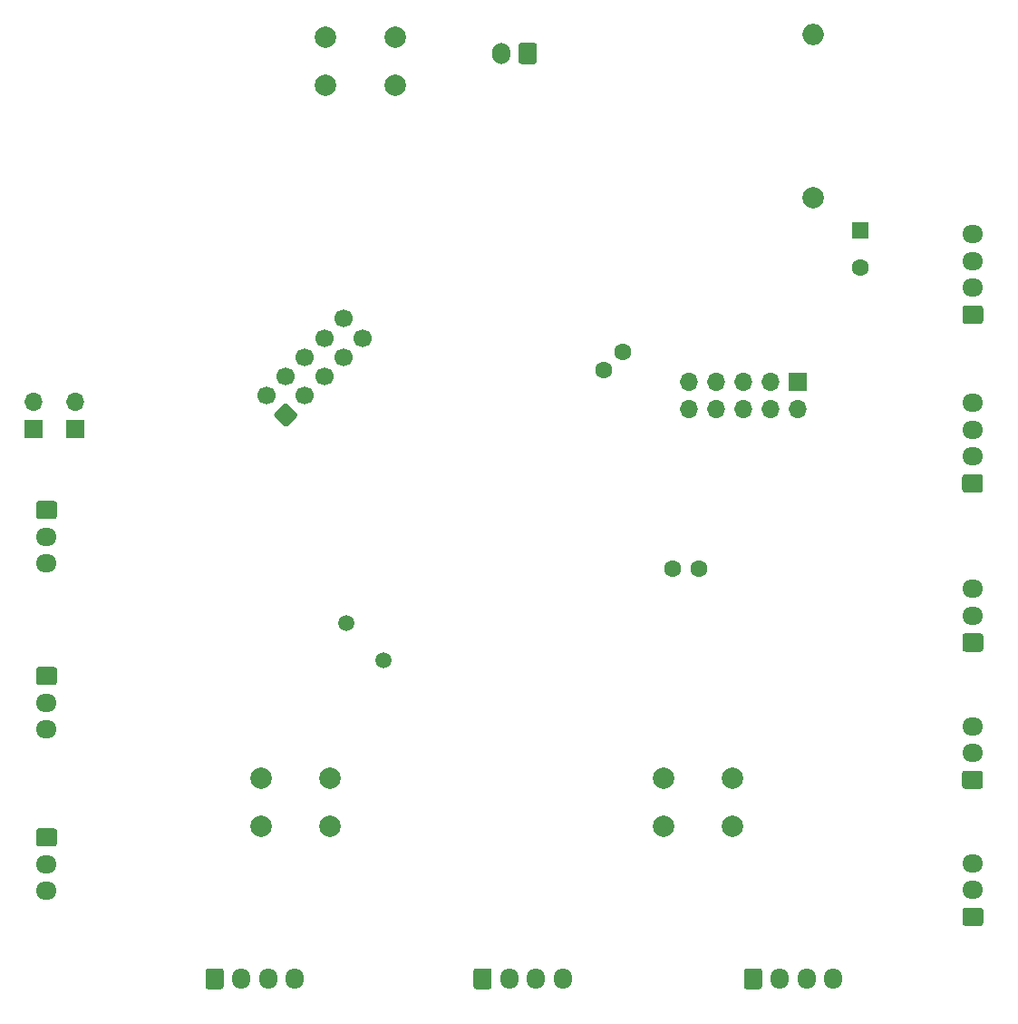
<source format=gbr>
%TF.GenerationSoftware,KiCad,Pcbnew,(5.1.10)-1*%
%TF.CreationDate,2021-10-14T00:36:54-03:00*%
%TF.ProjectId,3ARA_PCB,33415241-5f50-4434-922e-6b696361645f,rev?*%
%TF.SameCoordinates,Original*%
%TF.FileFunction,Soldermask,Bot*%
%TF.FilePolarity,Negative*%
%FSLAX46Y46*%
G04 Gerber Fmt 4.6, Leading zero omitted, Abs format (unit mm)*
G04 Created by KiCad (PCBNEW (5.1.10)-1) date 2021-10-14 00:36:54*
%MOMM*%
%LPD*%
G01*
G04 APERTURE LIST*
%ADD10C,1.600000*%
%ADD11O,2.000000X2.000000*%
%ADD12C,2.000000*%
%ADD13R,1.600000X1.600000*%
%ADD14C,1.700000*%
%ADD15O,1.950000X1.700000*%
%ADD16O,1.700000X1.700000*%
%ADD17R,1.700000X1.700000*%
%ADD18O,1.700000X2.000000*%
%ADD19O,1.700000X1.950000*%
%ADD20C,1.500000*%
G04 APERTURE END LIST*
D10*
%TO.C,C5*%
X163067767Y-82432233D03*
X161300000Y-84200000D03*
%TD*%
%TO.C,C3*%
X170200000Y-102680000D03*
X167700000Y-102680000D03*
%TD*%
D11*
%TO.C,L2*%
X180800000Y-52860000D03*
D12*
X180800000Y-68100000D03*
%TD*%
D10*
%TO.C,C21*%
X185200000Y-74600000D03*
D13*
X185200000Y-71100000D03*
%TD*%
D14*
%TO.C,J1*%
X136960154Y-79375744D03*
X135164102Y-81171795D03*
X133368051Y-82967846D03*
X131572000Y-84763898D03*
X129775949Y-86559949D03*
X138756205Y-81171795D03*
X136960154Y-82967846D03*
X135164102Y-84763898D03*
X133368051Y-86559949D03*
G36*
G01*
X132597305Y-88532777D02*
X131748777Y-89381305D01*
G75*
G02*
X131395223Y-89381305I-176777J176777D01*
G01*
X130546695Y-88532777D01*
G75*
G02*
X130546695Y-88179223I176777J176777D01*
G01*
X131395223Y-87330695D01*
G75*
G02*
X131748777Y-87330695I176777J-176777D01*
G01*
X132597305Y-88179223D01*
G75*
G02*
X132597305Y-88532777I-176777J-176777D01*
G01*
G37*
%TD*%
D15*
%TO.C,J7*%
X109232000Y-132790000D03*
X109232000Y-130290000D03*
G36*
G01*
X108507000Y-126940000D02*
X109957000Y-126940000D01*
G75*
G02*
X110207000Y-127190000I0J-250000D01*
G01*
X110207000Y-128390000D01*
G75*
G02*
X109957000Y-128640000I-250000J0D01*
G01*
X108507000Y-128640000D01*
G75*
G02*
X108257000Y-128390000I0J250000D01*
G01*
X108257000Y-127190000D01*
G75*
G02*
X108507000Y-126940000I250000J0D01*
G01*
G37*
%TD*%
%TO.C,J5*%
X109232000Y-117726000D03*
X109232000Y-115226000D03*
G36*
G01*
X108507000Y-111876000D02*
X109957000Y-111876000D01*
G75*
G02*
X110207000Y-112126000I0J-250000D01*
G01*
X110207000Y-113326000D01*
G75*
G02*
X109957000Y-113576000I-250000J0D01*
G01*
X108507000Y-113576000D01*
G75*
G02*
X108257000Y-113326000I0J250000D01*
G01*
X108257000Y-112126000D01*
G75*
G02*
X108507000Y-111876000I250000J0D01*
G01*
G37*
%TD*%
%TO.C,J3*%
X109232000Y-102232000D03*
X109232000Y-99732000D03*
G36*
G01*
X108507000Y-96382000D02*
X109957000Y-96382000D01*
G75*
G02*
X110207000Y-96632000I0J-250000D01*
G01*
X110207000Y-97832000D01*
G75*
G02*
X109957000Y-98082000I-250000J0D01*
G01*
X108507000Y-98082000D01*
G75*
G02*
X108257000Y-97832000I0J250000D01*
G01*
X108257000Y-96632000D01*
G75*
G02*
X108507000Y-96382000I250000J0D01*
G01*
G37*
%TD*%
D16*
%TO.C,J16*%
X169240000Y-87840000D03*
X169240000Y-85300000D03*
X171780000Y-87840000D03*
X171780000Y-85300000D03*
X174320000Y-87840000D03*
X174320000Y-85300000D03*
X176860000Y-87840000D03*
X176860000Y-85300000D03*
X179400000Y-87840000D03*
D17*
X179400000Y-85300000D03*
%TD*%
D18*
%TO.C,J9*%
X151678000Y-54600000D03*
G36*
G01*
X155028000Y-53850000D02*
X155028000Y-55350000D01*
G75*
G02*
X154778000Y-55600000I-250000J0D01*
G01*
X153578000Y-55600000D01*
G75*
G02*
X153328000Y-55350000I0J250000D01*
G01*
X153328000Y-53850000D01*
G75*
G02*
X153578000Y-53600000I250000J0D01*
G01*
X154778000Y-53600000D01*
G75*
G02*
X155028000Y-53850000I0J-250000D01*
G01*
G37*
%TD*%
D15*
%TO.C,J15*%
X195742000Y-71494000D03*
X195742000Y-73994000D03*
X195742000Y-76494000D03*
G36*
G01*
X196467000Y-79844000D02*
X195017000Y-79844000D01*
G75*
G02*
X194767000Y-79594000I0J250000D01*
G01*
X194767000Y-78394000D01*
G75*
G02*
X195017000Y-78144000I250000J0D01*
G01*
X196467000Y-78144000D01*
G75*
G02*
X196717000Y-78394000I0J-250000D01*
G01*
X196717000Y-79594000D01*
G75*
G02*
X196467000Y-79844000I-250000J0D01*
G01*
G37*
%TD*%
%TO.C,J14*%
X195728000Y-87242000D03*
X195728000Y-89742000D03*
X195728000Y-92242000D03*
G36*
G01*
X196453000Y-95592000D02*
X195003000Y-95592000D01*
G75*
G02*
X194753000Y-95342000I0J250000D01*
G01*
X194753000Y-94142000D01*
G75*
G02*
X195003000Y-93892000I250000J0D01*
G01*
X196453000Y-93892000D01*
G75*
G02*
X196703000Y-94142000I0J-250000D01*
G01*
X196703000Y-95342000D01*
G75*
G02*
X196453000Y-95592000I-250000J0D01*
G01*
G37*
%TD*%
D19*
%TO.C,J11*%
X182720000Y-140978000D03*
X180220000Y-140978000D03*
X177720000Y-140978000D03*
G36*
G01*
X174370000Y-141703000D02*
X174370000Y-140253000D01*
G75*
G02*
X174620000Y-140003000I250000J0D01*
G01*
X175820000Y-140003000D01*
G75*
G02*
X176070000Y-140253000I0J-250000D01*
G01*
X176070000Y-141703000D01*
G75*
G02*
X175820000Y-141953000I-250000J0D01*
G01*
X174620000Y-141953000D01*
G75*
G02*
X174370000Y-141703000I0J250000D01*
G01*
G37*
%TD*%
%TO.C,J10*%
X157460000Y-140978000D03*
X154960000Y-140978000D03*
X152460000Y-140978000D03*
G36*
G01*
X149110000Y-141703000D02*
X149110000Y-140253000D01*
G75*
G02*
X149360000Y-140003000I250000J0D01*
G01*
X150560000Y-140003000D01*
G75*
G02*
X150810000Y-140253000I0J-250000D01*
G01*
X150810000Y-141703000D01*
G75*
G02*
X150560000Y-141953000I-250000J0D01*
G01*
X149360000Y-141953000D01*
G75*
G02*
X149110000Y-141703000I0J250000D01*
G01*
G37*
%TD*%
%TO.C,J8*%
X132428000Y-140978000D03*
X129928000Y-140978000D03*
X127428000Y-140978000D03*
G36*
G01*
X124078000Y-141703000D02*
X124078000Y-140253000D01*
G75*
G02*
X124328000Y-140003000I250000J0D01*
G01*
X125528000Y-140003000D01*
G75*
G02*
X125778000Y-140253000I0J-250000D01*
G01*
X125778000Y-141703000D01*
G75*
G02*
X125528000Y-141953000I-250000J0D01*
G01*
X124328000Y-141953000D01*
G75*
G02*
X124078000Y-141703000I0J250000D01*
G01*
G37*
%TD*%
D15*
%TO.C,J6*%
X195742000Y-130200000D03*
X195742000Y-132700000D03*
G36*
G01*
X196467000Y-136050000D02*
X195017000Y-136050000D01*
G75*
G02*
X194767000Y-135800000I0J250000D01*
G01*
X194767000Y-134600000D01*
G75*
G02*
X195017000Y-134350000I250000J0D01*
G01*
X196467000Y-134350000D01*
G75*
G02*
X196717000Y-134600000I0J-250000D01*
G01*
X196717000Y-135800000D01*
G75*
G02*
X196467000Y-136050000I-250000J0D01*
G01*
G37*
%TD*%
%TO.C,J4*%
X195720000Y-117400000D03*
X195720000Y-119900000D03*
G36*
G01*
X196445000Y-123250000D02*
X194995000Y-123250000D01*
G75*
G02*
X194745000Y-123000000I0J250000D01*
G01*
X194745000Y-121800000D01*
G75*
G02*
X194995000Y-121550000I250000J0D01*
G01*
X196445000Y-121550000D01*
G75*
G02*
X196695000Y-121800000I0J-250000D01*
G01*
X196695000Y-123000000D01*
G75*
G02*
X196445000Y-123250000I-250000J0D01*
G01*
G37*
%TD*%
%TO.C,J2*%
X195742000Y-104600000D03*
X195742000Y-107100000D03*
G36*
G01*
X196467000Y-110450000D02*
X195017000Y-110450000D01*
G75*
G02*
X194767000Y-110200000I0J250000D01*
G01*
X194767000Y-109000000D01*
G75*
G02*
X195017000Y-108750000I250000J0D01*
G01*
X196467000Y-108750000D01*
G75*
G02*
X196717000Y-109000000I0J-250000D01*
G01*
X196717000Y-110200000D01*
G75*
G02*
X196467000Y-110450000I-250000J0D01*
G01*
G37*
%TD*%
D16*
%TO.C,J13*%
X111900000Y-87160000D03*
D17*
X111900000Y-89700000D03*
%TD*%
D16*
%TO.C,J12*%
X108000000Y-87160000D03*
D17*
X108000000Y-89700000D03*
%TD*%
D12*
%TO.C,SW1*%
X129246000Y-126750000D03*
X129246000Y-122250000D03*
X135746000Y-126750000D03*
X135746000Y-122250000D03*
%TD*%
%TO.C,SW2*%
X173338000Y-122250000D03*
X173338000Y-126750000D03*
X166838000Y-122250000D03*
X166838000Y-126750000D03*
%TD*%
%TO.C,SW3*%
X135286000Y-57586000D03*
X135286000Y-53086000D03*
X141786000Y-57586000D03*
X141786000Y-53086000D03*
%TD*%
D20*
%TO.C,Y1*%
X137220000Y-107810000D03*
X140670681Y-111260681D03*
%TD*%
M02*

</source>
